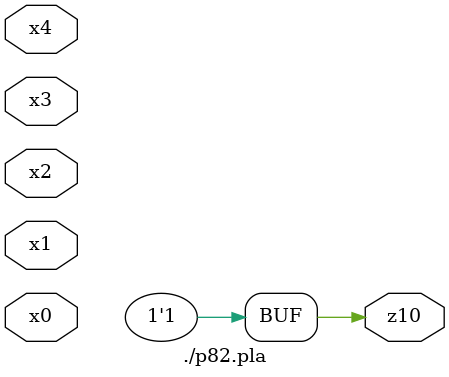
<source format=v>

module \./p82.pla  ( 
    x0, x1, x2, x3, x4,
    z10  );
  input  x0, x1, x2, x3, x4;
  output z10;
  assign z10 = 1'b1;
endmodule



</source>
